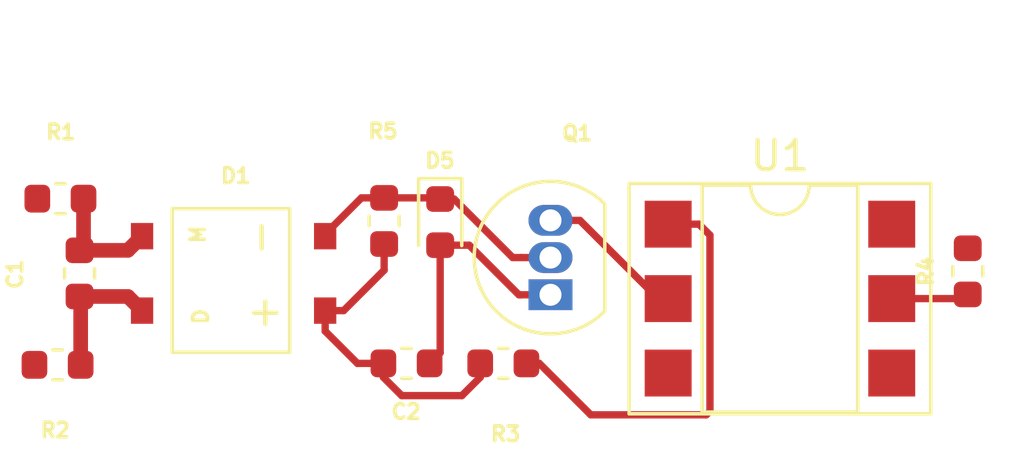
<source format=kicad_pcb>
(kicad_pcb (version 20171130) (host pcbnew "(5.1.5)-3")

  (general
    (thickness 1.6)
    (drawings 0)
    (tracks 52)
    (zones 0)
    (modules 11)
    (nets 14)
  )

  (page A4)
  (layers
    (0 F.Cu signal)
    (31 B.Cu signal)
    (32 B.Adhes user)
    (33 F.Adhes user)
    (34 B.Paste user)
    (35 F.Paste user)
    (36 B.SilkS user)
    (37 F.SilkS user)
    (38 B.Mask user)
    (39 F.Mask user)
    (40 Dwgs.User user)
    (41 Cmts.User user)
    (42 Eco1.User user)
    (43 Eco2.User user)
    (44 Edge.Cuts user)
    (45 Margin user)
    (46 B.CrtYd user)
    (47 F.CrtYd user)
    (48 B.Fab user)
    (49 F.Fab user)
  )

  (setup
    (last_trace_width 0.25)
    (trace_clearance 0.2)
    (zone_clearance 0.508)
    (zone_45_only no)
    (trace_min 0.2)
    (via_size 0.8)
    (via_drill 0.4)
    (via_min_size 0.4)
    (via_min_drill 0.3)
    (uvia_size 0.3)
    (uvia_drill 0.1)
    (uvias_allowed no)
    (uvia_min_size 0.2)
    (uvia_min_drill 0.1)
    (edge_width 0.05)
    (segment_width 0.2)
    (pcb_text_width 0.3)
    (pcb_text_size 1.5 1.5)
    (mod_edge_width 0.12)
    (mod_text_size 1 1)
    (mod_text_width 0.15)
    (pad_size 1.524 1.524)
    (pad_drill 0.762)
    (pad_to_mask_clearance 0.051)
    (solder_mask_min_width 0.25)
    (aux_axis_origin 0 0)
    (visible_elements 7FFFFFFF)
    (pcbplotparams
      (layerselection 0x010fc_ffffffff)
      (usegerberextensions false)
      (usegerberattributes false)
      (usegerberadvancedattributes false)
      (creategerberjobfile false)
      (excludeedgelayer true)
      (linewidth 0.100000)
      (plotframeref false)
      (viasonmask false)
      (mode 1)
      (useauxorigin false)
      (hpglpennumber 1)
      (hpglpenspeed 20)
      (hpglpendiameter 15.000000)
      (psnegative false)
      (psa4output false)
      (plotreference true)
      (plotvalue true)
      (plotinvisibletext false)
      (padsonsilk false)
      (subtractmaskfromsilk false)
      (outputformat 1)
      (mirror false)
      (drillshape 1)
      (scaleselection 1)
      (outputdirectory ""))
  )

  (net 0 "")
  (net 1 "Net-(C1-Pad2)")
  (net 2 "Net-(C1-Pad1)")
  (net 3 "Net-(C2-Pad2)")
  (net 4 "Net-(C2-Pad1)")
  (net 5 "Net-(D1-Pad2)")
  (net 6 "Net-(Q1-Pad3)")
  (net 7 AC)
  (net 8 "Net-(R3-Pad1)")
  (net 9 +5V)
  (net 10 OUT)
  (net 11 "Net-(U1-Pad6)")
  (net 12 "Net-(U1-Pad3)")
  (net 13 GND)

  (net_class Default "This is the default net class."
    (clearance 0.2)
    (trace_width 0.25)
    (via_dia 0.8)
    (via_drill 0.4)
    (uvia_dia 0.3)
    (uvia_drill 0.1)
  )

  (net_class 5V ""
    (clearance 0.5)
    (trace_width 0.25)
    (via_dia 0.8)
    (via_drill 0.4)
    (uvia_dia 0.3)
    (uvia_drill 0.1)
    (add_net +5V)
    (add_net GND)
    (add_net "Net-(C2-Pad1)")
    (add_net "Net-(C2-Pad2)")
    (add_net "Net-(D1-Pad2)")
    (add_net "Net-(Q1-Pad3)")
    (add_net "Net-(R3-Pad1)")
    (add_net "Net-(U1-Pad3)")
    (add_net "Net-(U1-Pad6)")
    (add_net OUT)
  )

  (net_class ACLC ""
    (clearance 0.8)
    (trace_width 0.5)
    (via_dia 0.8)
    (via_drill 0.4)
    (uvia_dia 0.3)
    (uvia_drill 0.1)
    (add_net AC)
    (add_net "Net-(C1-Pad1)")
    (add_net "Net-(C1-Pad2)")
  )

  (module "ZCD v-1:MDS_5_diode_bridge" (layer F.Cu) (tedit 5F50E98F) (tstamp 5F515F1B)
    (at 120.68 90.16)
    (path /5F2295EF)
    (fp_text reference D1 (at 3.19 -4.6) (layer F.SilkS)
      (effects (font (size 0.5 0.5) (thickness 0.125)))
    )
    (fp_text value "MDS 5" (at 3 -1.4 90) (layer F.SilkS) hide
      (effects (font (size 0.5 0.5) (thickness 0.125)))
    )
    (fp_line (start 7 -4) (end -1 -4) (layer Dwgs.User) (width 0.12))
    (fp_line (start 7 2) (end 7 -4) (layer Dwgs.User) (width 0.12))
    (fp_line (start -1 2) (end 7 2) (layer Dwgs.User) (width 0.12))
    (fp_line (start -1 -4) (end -1 2) (layer Dwgs.User) (width 0.12))
    (fp_line (start 1.03 1.42) (end 1.03 -3.48) (layer F.SilkS) (width 0.12))
    (fp_line (start 5.03 1.42) (end 1.03 1.42) (layer F.SilkS) (width 0.12))
    (fp_line (start 5.03 -3.48) (end 5.03 1.42) (layer F.SilkS) (width 0.12))
    (fp_line (start 1.03 -3.48) (end 5.03 -3.48) (layer F.SilkS) (width 0.12))
    (fp_text user D (at 2 0.2 90) (layer F.SilkS)
      (effects (font (size 0.5 0.5) (thickness 0.125)))
    )
    (fp_text user M (at 1.9 -2.6 90) (layer F.SilkS)
      (effects (font (size 0.5 0.5) (thickness 0.125)))
    )
    (fp_text user + (at 4.2 0) (layer F.SilkS)
      (effects (font (size 1 1) (thickness 0.15)))
    )
    (fp_text user - (at 4 -2.5 90) (layer F.SilkS)
      (effects (font (size 1 1) (thickness 0.15)))
    )
    (pad 3 smd rect (at 0 -2.54) (size 0.76 0.9) (layers F.Cu F.Paste F.Mask)
      (net 2 "Net-(C1-Pad1)"))
    (pad 2 smd rect (at 6.24 -2.54) (size 0.76 0.9) (layers F.Cu F.Paste F.Mask)
      (net 5 "Net-(D1-Pad2)"))
    (pad 1 smd rect (at 6.24 0) (size 0.76 0.9) (layers F.Cu F.Paste F.Mask)
      (net 4 "Net-(C2-Pad1)"))
    (pad 4 smd rect (at 0 0) (size 0.76 0.9) (layers F.Cu F.Paste F.Mask)
      (net 1 "Net-(C1-Pad2)"))
  )

  (module Package_DIP:DIP-6_W7.62mm_SMDSocket_SmallPads (layer F.Cu) (tedit 5A02E8C5) (tstamp 5F4C96D2)
    (at 142.42 89.75)
    (descr "6-lead though-hole mounted DIP package, row spacing 7.62 mm (300 mils), SMDSocket, SmallPads")
    (tags "THT DIP DIL PDIP 2.54mm 7.62mm 300mil SMDSocket SmallPads")
    (path /5F277F11)
    (attr smd)
    (fp_text reference U1 (at 0 -4.87) (layer F.SilkS)
      (effects (font (size 1 1) (thickness 0.15)))
    )
    (fp_text value 4N35 (at 0 4.87) (layer F.Fab)
      (effects (font (size 1 1) (thickness 0.15)))
    )
    (fp_text user %R (at 0 0) (layer F.Fab)
      (effects (font (size 1 1) (thickness 0.15)))
    )
    (fp_line (start 5.35 -4.15) (end -5.35 -4.15) (layer F.CrtYd) (width 0.05))
    (fp_line (start 5.35 4.15) (end 5.35 -4.15) (layer F.CrtYd) (width 0.05))
    (fp_line (start -5.35 4.15) (end 5.35 4.15) (layer F.CrtYd) (width 0.05))
    (fp_line (start -5.35 -4.15) (end -5.35 4.15) (layer F.CrtYd) (width 0.05))
    (fp_line (start 5.14 -3.93) (end -5.14 -3.93) (layer F.SilkS) (width 0.12))
    (fp_line (start 5.14 3.93) (end 5.14 -3.93) (layer F.SilkS) (width 0.12))
    (fp_line (start -5.14 3.93) (end 5.14 3.93) (layer F.SilkS) (width 0.12))
    (fp_line (start -5.14 -3.93) (end -5.14 3.93) (layer F.SilkS) (width 0.12))
    (fp_line (start 2.65 -3.87) (end 1 -3.87) (layer F.SilkS) (width 0.12))
    (fp_line (start 2.65 3.87) (end 2.65 -3.87) (layer F.SilkS) (width 0.12))
    (fp_line (start -2.65 3.87) (end 2.65 3.87) (layer F.SilkS) (width 0.12))
    (fp_line (start -2.65 -3.87) (end -2.65 3.87) (layer F.SilkS) (width 0.12))
    (fp_line (start -1 -3.87) (end -2.65 -3.87) (layer F.SilkS) (width 0.12))
    (fp_line (start 5.08 -3.87) (end -5.08 -3.87) (layer F.Fab) (width 0.1))
    (fp_line (start 5.08 3.87) (end 5.08 -3.87) (layer F.Fab) (width 0.1))
    (fp_line (start -5.08 3.87) (end 5.08 3.87) (layer F.Fab) (width 0.1))
    (fp_line (start -5.08 -3.87) (end -5.08 3.87) (layer F.Fab) (width 0.1))
    (fp_line (start -3.175 -2.81) (end -2.175 -3.81) (layer F.Fab) (width 0.1))
    (fp_line (start -3.175 3.81) (end -3.175 -2.81) (layer F.Fab) (width 0.1))
    (fp_line (start 3.175 3.81) (end -3.175 3.81) (layer F.Fab) (width 0.1))
    (fp_line (start 3.175 -3.81) (end 3.175 3.81) (layer F.Fab) (width 0.1))
    (fp_line (start -2.175 -3.81) (end 3.175 -3.81) (layer F.Fab) (width 0.1))
    (fp_arc (start 0 -3.87) (end -1 -3.87) (angle -180) (layer F.SilkS) (width 0.12))
    (pad 6 smd rect (at 3.81 -2.54) (size 1.6 1.6) (layers F.Cu F.Paste F.Mask)
      (net 11 "Net-(U1-Pad6)"))
    (pad 3 smd rect (at -3.81 2.54) (size 1.6 1.6) (layers F.Cu F.Paste F.Mask)
      (net 12 "Net-(U1-Pad3)"))
    (pad 5 smd rect (at 3.81 0) (size 1.6 1.6) (layers F.Cu F.Paste F.Mask)
      (net 10 OUT))
    (pad 2 smd rect (at -3.81 0) (size 1.6 1.6) (layers F.Cu F.Paste F.Mask)
      (net 6 "Net-(Q1-Pad3)"))
    (pad 4 smd rect (at 3.81 2.54) (size 1.6 1.6) (layers F.Cu F.Paste F.Mask)
      (net 13 GND))
    (pad 1 smd rect (at -3.81 -2.54) (size 1.6 1.6) (layers F.Cu F.Paste F.Mask)
      (net 8 "Net-(R3-Pad1)"))
    (model ${KISYS3DMOD}/Package_DIP.3dshapes/DIP-6_W7.62mm_SMDSocket.wrl
      (at (xyz 0 0 0))
      (scale (xyz 1 1 1))
      (rotate (xyz 0 0 0))
    )
  )

  (module Resistor_SMD:R_0603_1608Metric (layer F.Cu) (tedit 5B301BBD) (tstamp 5F331706)
    (at 128.93 87.1 90)
    (descr "Resistor SMD 0603 (1608 Metric), square (rectangular) end terminal, IPC_7351 nominal, (Body size source: http://www.tortai-tech.com/upload/download/2011102023233369053.pdf), generated with kicad-footprint-generator")
    (tags resistor)
    (path /5F31594C)
    (attr smd)
    (fp_text reference R5 (at 3.06 -0.04 180) (layer F.SilkS)
      (effects (font (size 0.5 0.5) (thickness 0.125)))
    )
    (fp_text value 22k (at 2.18 0.03 180) (layer F.Fab)
      (effects (font (size 0.5 0.5) (thickness 0.125)))
    )
    (fp_text user %R (at 0 0 90) (layer F.Fab)
      (effects (font (size 0.4 0.4) (thickness 0.06)))
    )
    (fp_line (start 1.48 0.73) (end -1.48 0.73) (layer F.CrtYd) (width 0.05))
    (fp_line (start 1.48 -0.73) (end 1.48 0.73) (layer F.CrtYd) (width 0.05))
    (fp_line (start -1.48 -0.73) (end 1.48 -0.73) (layer F.CrtYd) (width 0.05))
    (fp_line (start -1.48 0.73) (end -1.48 -0.73) (layer F.CrtYd) (width 0.05))
    (fp_line (start -0.162779 0.51) (end 0.162779 0.51) (layer F.SilkS) (width 0.12))
    (fp_line (start -0.162779 -0.51) (end 0.162779 -0.51) (layer F.SilkS) (width 0.12))
    (fp_line (start 0.8 0.4) (end -0.8 0.4) (layer F.Fab) (width 0.1))
    (fp_line (start 0.8 -0.4) (end 0.8 0.4) (layer F.Fab) (width 0.1))
    (fp_line (start -0.8 -0.4) (end 0.8 -0.4) (layer F.Fab) (width 0.1))
    (fp_line (start -0.8 0.4) (end -0.8 -0.4) (layer F.Fab) (width 0.1))
    (pad 2 smd roundrect (at 0.7875 0 90) (size 0.875 0.95) (layers F.Cu F.Paste F.Mask) (roundrect_rratio 0.25)
      (net 5 "Net-(D1-Pad2)"))
    (pad 1 smd roundrect (at -0.7875 0 90) (size 0.875 0.95) (layers F.Cu F.Paste F.Mask) (roundrect_rratio 0.25)
      (net 4 "Net-(C2-Pad1)"))
    (model ${KISYS3DMOD}/Resistor_SMD.3dshapes/R_0603_1608Metric.wrl
      (at (xyz 0 0 0))
      (scale (xyz 1 1 1))
      (rotate (xyz 0 0 0))
    )
  )

  (module Resistor_SMD:R_0603_1608Metric (layer F.Cu) (tedit 5B301BBD) (tstamp 5F3316F5)
    (at 148.82 88.82 90)
    (descr "Resistor SMD 0603 (1608 Metric), square (rectangular) end terminal, IPC_7351 nominal, (Body size source: http://www.tortai-tech.com/upload/download/2011102023233369053.pdf), generated with kicad-footprint-generator")
    (tags resistor)
    (path /5F2DDD23)
    (attr smd)
    (fp_text reference R4 (at 0 -1.43 90) (layer F.SilkS)
      (effects (font (size 0.5 0.5) (thickness 0.125)))
    )
    (fp_text value 4.7k (at 0 1.43 90) (layer F.Fab)
      (effects (font (size 0.5 0.5) (thickness 0.125)))
    )
    (fp_line (start -0.8 0.4) (end -0.8 -0.4) (layer F.Fab) (width 0.1))
    (fp_line (start -0.8 -0.4) (end 0.8 -0.4) (layer F.Fab) (width 0.1))
    (fp_line (start 0.8 -0.4) (end 0.8 0.4) (layer F.Fab) (width 0.1))
    (fp_line (start 0.8 0.4) (end -0.8 0.4) (layer F.Fab) (width 0.1))
    (fp_line (start -0.162779 -0.51) (end 0.162779 -0.51) (layer F.SilkS) (width 0.12))
    (fp_line (start -0.162779 0.51) (end 0.162779 0.51) (layer F.SilkS) (width 0.12))
    (fp_line (start -1.48 0.73) (end -1.48 -0.73) (layer F.CrtYd) (width 0.05))
    (fp_line (start -1.48 -0.73) (end 1.48 -0.73) (layer F.CrtYd) (width 0.05))
    (fp_line (start 1.48 -0.73) (end 1.48 0.73) (layer F.CrtYd) (width 0.05))
    (fp_line (start 1.48 0.73) (end -1.48 0.73) (layer F.CrtYd) (width 0.05))
    (fp_text user %R (at 0 0 90) (layer F.Fab)
      (effects (font (size 0.4 0.4) (thickness 0.06)))
    )
    (pad 1 smd roundrect (at -0.7875 0 90) (size 0.875 0.95) (layers F.Cu F.Paste F.Mask) (roundrect_rratio 0.25)
      (net 10 OUT))
    (pad 2 smd roundrect (at 0.7875 0 90) (size 0.875 0.95) (layers F.Cu F.Paste F.Mask) (roundrect_rratio 0.25)
      (net 9 +5V))
    (model ${KISYS3DMOD}/Resistor_SMD.3dshapes/R_0603_1608Metric.wrl
      (at (xyz 0 0 0))
      (scale (xyz 1 1 1))
      (rotate (xyz 0 0 0))
    )
  )

  (module Resistor_SMD:R_0603_1608Metric (layer F.Cu) (tedit 5B301BBD) (tstamp 5F3316E4)
    (at 132.9925 91.96 180)
    (descr "Resistor SMD 0603 (1608 Metric), square (rectangular) end terminal, IPC_7351 nominal, (Body size source: http://www.tortai-tech.com/upload/download/2011102023233369053.pdf), generated with kicad-footprint-generator")
    (tags resistor)
    (path /5F29B656)
    (attr smd)
    (fp_text reference R3 (at -0.0775 -2.41) (layer F.SilkS)
      (effects (font (size 0.5 0.5) (thickness 0.125)))
    )
    (fp_text value 1k (at 0.0225 -1.54) (layer F.Fab)
      (effects (font (size 0.5 0.5) (thickness 0.125)))
    )
    (fp_text user %R (at 0.02 0.03) (layer F.Fab)
      (effects (font (size 0.4 0.4) (thickness 0.06)))
    )
    (fp_line (start 1.48 0.73) (end -1.48 0.73) (layer F.CrtYd) (width 0.05))
    (fp_line (start 1.48 -0.73) (end 1.48 0.73) (layer F.CrtYd) (width 0.05))
    (fp_line (start -1.48 -0.73) (end 1.48 -0.73) (layer F.CrtYd) (width 0.05))
    (fp_line (start -1.48 0.73) (end -1.48 -0.73) (layer F.CrtYd) (width 0.05))
    (fp_line (start -0.162779 0.51) (end 0.162779 0.51) (layer F.SilkS) (width 0.12))
    (fp_line (start -0.162779 -0.51) (end 0.162779 -0.51) (layer F.SilkS) (width 0.12))
    (fp_line (start 0.8 0.4) (end -0.8 0.4) (layer F.Fab) (width 0.1))
    (fp_line (start 0.8 -0.4) (end 0.8 0.4) (layer F.Fab) (width 0.1))
    (fp_line (start -0.8 -0.4) (end 0.8 -0.4) (layer F.Fab) (width 0.1))
    (fp_line (start -0.8 0.4) (end -0.8 -0.4) (layer F.Fab) (width 0.1))
    (pad 2 smd roundrect (at 0.7875 0 180) (size 0.875 0.95) (layers F.Cu F.Paste F.Mask) (roundrect_rratio 0.25)
      (net 4 "Net-(C2-Pad1)"))
    (pad 1 smd roundrect (at -0.7875 0 180) (size 0.875 0.95) (layers F.Cu F.Paste F.Mask) (roundrect_rratio 0.25)
      (net 8 "Net-(R3-Pad1)"))
    (model ${KISYS3DMOD}/Resistor_SMD.3dshapes/R_0603_1608Metric.wrl
      (at (xyz 0 0 0))
      (scale (xyz 1 1 1))
      (rotate (xyz 0 0 0))
    )
  )

  (module Resistor_SMD:R_0603_1608Metric (layer F.Cu) (tedit 5B301BBD) (tstamp 5F3316D3)
    (at 117.8 92.01 180)
    (descr "Resistor SMD 0603 (1608 Metric), square (rectangular) end terminal, IPC_7351 nominal, (Body size source: http://www.tortai-tech.com/upload/download/2011102023233369053.pdf), generated with kicad-footprint-generator")
    (tags resistor)
    (path /5F29AC9C)
    (attr smd)
    (fp_text reference R2 (at 0.08 -2.23) (layer F.SilkS)
      (effects (font (size 0.5 0.5) (thickness 0.125)))
    )
    (fp_text value 220k (at -0.02 -1.57) (layer F.Fab)
      (effects (font (size 0.5 0.5) (thickness 0.0625)))
    )
    (fp_text user %R (at 0 0) (layer F.Fab)
      (effects (font (size 0.4 0.4) (thickness 0.06)))
    )
    (fp_line (start 1.48 0.73) (end -1.48 0.73) (layer F.CrtYd) (width 0.05))
    (fp_line (start 1.48 -0.73) (end 1.48 0.73) (layer F.CrtYd) (width 0.05))
    (fp_line (start -1.48 -0.73) (end 1.48 -0.73) (layer F.CrtYd) (width 0.05))
    (fp_line (start -1.48 0.73) (end -1.48 -0.73) (layer F.CrtYd) (width 0.05))
    (fp_line (start -0.162779 0.51) (end 0.162779 0.51) (layer F.SilkS) (width 0.12))
    (fp_line (start -0.162779 -0.51) (end 0.162779 -0.51) (layer F.SilkS) (width 0.12))
    (fp_line (start 0.8 0.4) (end -0.8 0.4) (layer F.Fab) (width 0.1))
    (fp_line (start 0.8 -0.4) (end 0.8 0.4) (layer F.Fab) (width 0.1))
    (fp_line (start -0.8 -0.4) (end 0.8 -0.4) (layer F.Fab) (width 0.1))
    (fp_line (start -0.8 0.4) (end -0.8 -0.4) (layer F.Fab) (width 0.1))
    (pad 2 smd roundrect (at 0.7875 0 180) (size 0.875 0.95) (layers F.Cu F.Paste F.Mask) (roundrect_rratio 0.25)
      (net 7 AC))
    (pad 1 smd roundrect (at -0.7875 0 180) (size 0.875 0.95) (layers F.Cu F.Paste F.Mask) (roundrect_rratio 0.25)
      (net 1 "Net-(C1-Pad2)"))
    (model ${KISYS3DMOD}/Resistor_SMD.3dshapes/R_0603_1608Metric.wrl
      (at (xyz 0 0 0))
      (scale (xyz 1 1 1))
      (rotate (xyz 0 0 0))
    )
  )

  (module Resistor_SMD:R_0603_1608Metric (layer F.Cu) (tedit 5B301BBD) (tstamp 5F3316C2)
    (at 117.8975 86.34 180)
    (descr "Resistor SMD 0603 (1608 Metric), square (rectangular) end terminal, IPC_7351 nominal, (Body size source: http://www.tortai-tech.com/upload/download/2011102023233369053.pdf), generated with kicad-footprint-generator")
    (tags resistor)
    (path /5F298E9E)
    (attr smd)
    (fp_text reference R1 (at -0.0125 2.27) (layer F.SilkS)
      (effects (font (size 0.5 0.5) (thickness 0.125)))
    )
    (fp_text value 220k (at 0.0375 1.61) (layer F.Fab)
      (effects (font (size 0.5 0.5) (thickness 0.0625)))
    )
    (fp_text user %R (at 0 0) (layer F.Fab)
      (effects (font (size 0.4 0.4) (thickness 0.06)))
    )
    (fp_line (start 1.48 0.73) (end -1.48 0.73) (layer F.CrtYd) (width 0.05))
    (fp_line (start 1.48 -0.73) (end 1.48 0.73) (layer F.CrtYd) (width 0.05))
    (fp_line (start -1.48 -0.73) (end 1.48 -0.73) (layer F.CrtYd) (width 0.05))
    (fp_line (start -1.48 0.73) (end -1.48 -0.73) (layer F.CrtYd) (width 0.05))
    (fp_line (start -0.162779 0.51) (end 0.162779 0.51) (layer F.SilkS) (width 0.12))
    (fp_line (start -0.162779 -0.51) (end 0.162779 -0.51) (layer F.SilkS) (width 0.12))
    (fp_line (start 0.8 0.4) (end -0.8 0.4) (layer F.Fab) (width 0.1))
    (fp_line (start 0.8 -0.4) (end 0.8 0.4) (layer F.Fab) (width 0.1))
    (fp_line (start -0.8 -0.4) (end 0.8 -0.4) (layer F.Fab) (width 0.1))
    (fp_line (start -0.8 0.4) (end -0.8 -0.4) (layer F.Fab) (width 0.1))
    (pad 2 smd roundrect (at 0.7875 0 180) (size 0.875 0.95) (layers F.Cu F.Paste F.Mask) (roundrect_rratio 0.25)
      (net 7 AC))
    (pad 1 smd roundrect (at -0.7875 0 180) (size 0.875 0.95) (layers F.Cu F.Paste F.Mask) (roundrect_rratio 0.25)
      (net 2 "Net-(C1-Pad1)"))
    (model ${KISYS3DMOD}/Resistor_SMD.3dshapes/R_0603_1608Metric.wrl
      (at (xyz 0 0 0))
      (scale (xyz 1 1 1))
      (rotate (xyz 0 0 0))
    )
  )

  (module Package_TO_SOT_THT:TO-92_Inline (layer F.Cu) (tedit 5A1DD157) (tstamp 5F3316B1)
    (at 134.6 89.62 90)
    (descr "TO-92 leads in-line, narrow, oval pads, drill 0.75mm (see NXP sot054_po.pdf)")
    (tags "to-92 sc-43 sc-43a sot54 PA33 transistor")
    (path /5F234B76)
    (fp_text reference Q1 (at 5.51 0.91 180) (layer F.SilkS)
      (effects (font (size 0.5 0.5) (thickness 0.125)))
    )
    (fp_text value 2N3904 (at 4.49 -0.02 180) (layer F.Fab)
      (effects (font (size 0.5 0.5) (thickness 0.125)))
    )
    (fp_arc (start 1.27 0) (end 1.27 -2.6) (angle 135) (layer F.SilkS) (width 0.12))
    (fp_arc (start 1.27 0) (end 1.27 -2.48) (angle -135) (layer F.Fab) (width 0.1))
    (fp_arc (start 1.27 0) (end 1.27 -2.6) (angle -135) (layer F.SilkS) (width 0.12))
    (fp_arc (start 1.27 0) (end 1.27 -2.48) (angle 135) (layer F.Fab) (width 0.1))
    (fp_line (start 4 2.01) (end -1.46 2.01) (layer F.CrtYd) (width 0.05))
    (fp_line (start 4 2.01) (end 4 -2.73) (layer F.CrtYd) (width 0.05))
    (fp_line (start -1.46 -2.73) (end -1.46 2.01) (layer F.CrtYd) (width 0.05))
    (fp_line (start -1.46 -2.73) (end 4 -2.73) (layer F.CrtYd) (width 0.05))
    (fp_line (start -0.5 1.75) (end 3 1.75) (layer F.Fab) (width 0.1))
    (fp_line (start -0.53 1.85) (end 3.07 1.85) (layer F.SilkS) (width 0.12))
    (fp_text user %R (at 5.45 -0.91 180) (layer F.Fab)
      (effects (font (size 0.5 0.5) (thickness 0.125)))
    )
    (pad 1 thru_hole rect (at 0 0 90) (size 1.05 1.5) (drill 0.75) (layers *.Cu *.Mask)
      (net 3 "Net-(C2-Pad2)"))
    (pad 3 thru_hole oval (at 2.54 0 90) (size 1.05 1.5) (drill 0.75) (layers *.Cu *.Mask)
      (net 6 "Net-(Q1-Pad3)"))
    (pad 2 thru_hole oval (at 1.27 0 90) (size 1.05 1.5) (drill 0.75) (layers *.Cu *.Mask)
      (net 5 "Net-(D1-Pad2)"))
    (model ${KISYS3DMOD}/Package_TO_SOT_THT.3dshapes/TO-92_Inline.wrl
      (at (xyz 0 0 0))
      (scale (xyz 1 1 1))
      (rotate (xyz 0 0 0))
    )
  )

  (module Diode_SMD:D_0603_1608Metric (layer F.Cu) (tedit 5B301BBE) (tstamp 5F33169F)
    (at 130.84 87.14 270)
    (descr "Diode SMD 0603 (1608 Metric), square (rectangular) end terminal, IPC_7351 nominal, (Body size source: http://www.tortai-tech.com/upload/download/2011102023233369053.pdf), generated with kicad-footprint-generator")
    (tags diode)
    (path /5F23319C)
    (attr smd)
    (fp_text reference D5 (at -2.1 0.01 180) (layer F.SilkS)
      (effects (font (size 0.5 0.5) (thickness 0.125)))
    )
    (fp_text value 1N4148X-TP (at -5 0.02 90) (layer F.Fab)
      (effects (font (size 0.5 0.5) (thickness 0.125)))
    )
    (fp_text user %R (at 0 0 90) (layer F.Fab)
      (effects (font (size 0.4 0.4) (thickness 0.06)))
    )
    (fp_line (start 1.48 0.73) (end -1.48 0.73) (layer F.CrtYd) (width 0.05))
    (fp_line (start 1.48 -0.73) (end 1.48 0.73) (layer F.CrtYd) (width 0.05))
    (fp_line (start -1.48 -0.73) (end 1.48 -0.73) (layer F.CrtYd) (width 0.05))
    (fp_line (start -1.48 0.73) (end -1.48 -0.73) (layer F.CrtYd) (width 0.05))
    (fp_line (start -1.485 0.735) (end 0.8 0.735) (layer F.SilkS) (width 0.12))
    (fp_line (start -1.485 -0.735) (end -1.485 0.735) (layer F.SilkS) (width 0.12))
    (fp_line (start 0.8 -0.735) (end -1.485 -0.735) (layer F.SilkS) (width 0.12))
    (fp_line (start 0.8 0.4) (end 0.8 -0.4) (layer F.Fab) (width 0.1))
    (fp_line (start -0.8 0.4) (end 0.8 0.4) (layer F.Fab) (width 0.1))
    (fp_line (start -0.8 -0.1) (end -0.8 0.4) (layer F.Fab) (width 0.1))
    (fp_line (start -0.5 -0.4) (end -0.8 -0.1) (layer F.Fab) (width 0.1))
    (fp_line (start 0.8 -0.4) (end -0.5 -0.4) (layer F.Fab) (width 0.1))
    (pad 2 smd roundrect (at 0.7875 0 270) (size 0.875 0.95) (layers F.Cu F.Paste F.Mask) (roundrect_rratio 0.25)
      (net 3 "Net-(C2-Pad2)"))
    (pad 1 smd roundrect (at -0.7875 0 270) (size 0.875 0.95) (layers F.Cu F.Paste F.Mask) (roundrect_rratio 0.25)
      (net 5 "Net-(D1-Pad2)"))
    (model ${KISYS3DMOD}/Diode_SMD.3dshapes/D_0603_1608Metric.wrl
      (at (xyz 0 0 0))
      (scale (xyz 1 1 1))
      (rotate (xyz 0 0 0))
    )
  )

  (module Capacitor_SMD:C_0603_1608Metric (layer F.Cu) (tedit 5B301BBE) (tstamp 5F4C929E)
    (at 129.6925 91.96)
    (descr "Capacitor SMD 0603 (1608 Metric), square (rectangular) end terminal, IPC_7351 nominal, (Body size source: http://www.tortai-tech.com/upload/download/2011102023233369053.pdf), generated with kicad-footprint-generator")
    (tags capacitor)
    (path /5F31AC9C)
    (attr smd)
    (fp_text reference C2 (at -0.0125 1.65) (layer F.SilkS)
      (effects (font (size 0.5 0.5) (thickness 0.125)))
    )
    (fp_text value 10uF/10v (at 0.0875 2.44 180) (layer F.Fab)
      (effects (font (size 0.5 0.5) (thickness 0.125)))
    )
    (fp_text user %R (at 0 0) (layer F.Fab)
      (effects (font (size 0.4 0.4) (thickness 0.06)))
    )
    (fp_line (start 1.48 0.73) (end -1.48 0.73) (layer F.CrtYd) (width 0.05))
    (fp_line (start 1.48 -0.73) (end 1.48 0.73) (layer F.CrtYd) (width 0.05))
    (fp_line (start -1.48 -0.73) (end 1.48 -0.73) (layer F.CrtYd) (width 0.05))
    (fp_line (start -1.48 0.73) (end -1.48 -0.73) (layer F.CrtYd) (width 0.05))
    (fp_line (start -0.162779 0.51) (end 0.162779 0.51) (layer F.SilkS) (width 0.12))
    (fp_line (start -0.162779 -0.51) (end 0.162779 -0.51) (layer F.SilkS) (width 0.12))
    (fp_line (start 0.8 0.4) (end -0.8 0.4) (layer F.Fab) (width 0.1))
    (fp_line (start 0.8 -0.4) (end 0.8 0.4) (layer F.Fab) (width 0.1))
    (fp_line (start -0.8 -0.4) (end 0.8 -0.4) (layer F.Fab) (width 0.1))
    (fp_line (start -0.8 0.4) (end -0.8 -0.4) (layer F.Fab) (width 0.1))
    (pad 2 smd roundrect (at 0.7875 0) (size 0.875 0.95) (layers F.Cu F.Paste F.Mask) (roundrect_rratio 0.25)
      (net 3 "Net-(C2-Pad2)"))
    (pad 1 smd roundrect (at -0.7875 0) (size 0.875 0.95) (layers F.Cu F.Paste F.Mask) (roundrect_rratio 0.25)
      (net 4 "Net-(C2-Pad1)"))
    (model ${KISYS3DMOD}/Capacitor_SMD.3dshapes/C_0603_1608Metric.wrl
      (at (xyz 0 0 0))
      (scale (xyz 1 1 1))
      (rotate (xyz 0 0 0))
    )
  )

  (module Capacitor_SMD:C_0603_1608Metric (layer F.Cu) (tedit 5B301BBE) (tstamp 5F33166A)
    (at 118.55 88.89 270)
    (descr "Capacitor SMD 0603 (1608 Metric), square (rectangular) end terminal, IPC_7351 nominal, (Body size source: http://www.tortai-tech.com/upload/download/2011102023233369053.pdf), generated with kicad-footprint-generator")
    (tags capacitor)
    (path /5F227481)
    (attr smd)
    (fp_text reference C1 (at 0.03 2.2 90) (layer F.SilkS)
      (effects (font (size 0.5 0.5) (thickness 0.125)))
    )
    (fp_text value 1nF (at 0 1.43 90) (layer F.Fab)
      (effects (font (size 0.5 0.5) (thickness 0.125)))
    )
    (fp_text user %R (at 0 0 90) (layer F.Fab)
      (effects (font (size 0.4 0.4) (thickness 0.06)))
    )
    (fp_line (start 1.48 0.73) (end -1.48 0.73) (layer F.CrtYd) (width 0.05))
    (fp_line (start 1.48 -0.73) (end 1.48 0.73) (layer F.CrtYd) (width 0.05))
    (fp_line (start -1.48 -0.73) (end 1.48 -0.73) (layer F.CrtYd) (width 0.05))
    (fp_line (start -1.48 0.73) (end -1.48 -0.73) (layer F.CrtYd) (width 0.05))
    (fp_line (start -0.162779 0.51) (end 0.162779 0.51) (layer F.SilkS) (width 0.12))
    (fp_line (start -0.162779 -0.51) (end 0.162779 -0.51) (layer F.SilkS) (width 0.12))
    (fp_line (start 0.8 0.4) (end -0.8 0.4) (layer F.Fab) (width 0.1))
    (fp_line (start 0.8 -0.4) (end 0.8 0.4) (layer F.Fab) (width 0.1))
    (fp_line (start -0.8 -0.4) (end 0.8 -0.4) (layer F.Fab) (width 0.1))
    (fp_line (start -0.8 0.4) (end -0.8 -0.4) (layer F.Fab) (width 0.1))
    (pad 2 smd roundrect (at 0.7875 0 270) (size 0.875 0.95) (layers F.Cu F.Paste F.Mask) (roundrect_rratio 0.25)
      (net 1 "Net-(C1-Pad2)"))
    (pad 1 smd roundrect (at -0.7875 0 270) (size 0.875 0.95) (layers F.Cu F.Paste F.Mask) (roundrect_rratio 0.25)
      (net 2 "Net-(C1-Pad1)"))
    (model ${KISYS3DMOD}/Capacitor_SMD.3dshapes/C_0603_1608Metric.wrl
      (at (xyz 0 0 0))
      (scale (xyz 1 1 1))
      (rotate (xyz 0 0 0))
    )
  )

  (segment (start 118.5875 89.715) (end 118.55 89.6775) (width 0.5) (layer F.Cu) (net 1))
  (segment (start 118.5875 92.01) (end 118.5875 89.715) (width 0.5) (layer F.Cu) (net 1))
  (segment (start 120.1975 89.6775) (end 120.68 90.16) (width 0.5) (layer F.Cu) (net 1))
  (segment (start 118.55 89.6775) (end 120.1975 89.6775) (width 0.5) (layer F.Cu) (net 1))
  (segment (start 118.685 87.9675) (end 118.55 88.1025) (width 0.5) (layer F.Cu) (net 2))
  (segment (start 118.685 86.34) (end 118.685 87.9675) (width 0.5) (layer F.Cu) (net 2))
  (segment (start 120.1975 88.1025) (end 120.68 87.62) (width 0.5) (layer F.Cu) (net 2))
  (segment (start 118.55 88.1025) (end 120.1975 88.1025) (width 0.5) (layer F.Cu) (net 2))
  (segment (start 130.84 87.9275) (end 131.315 87.9275) (width 0.25) (layer F.Cu) (net 3))
  (segment (start 130.48 91.96) (end 130.53674 91.96) (width 0.25) (layer F.Cu) (net 3))
  (segment (start 130.84 91.6) (end 130.48 91.96) (width 0.25) (layer F.Cu) (net 3))
  (segment (start 130.84 87.9275) (end 130.84 91.6) (width 0.25) (layer F.Cu) (net 3))
  (segment (start 133.6 89.62) (end 134.6 89.62) (width 0.25) (layer F.Cu) (net 3))
  (segment (start 133.521826 89.62) (end 133.6 89.62) (width 0.25) (layer F.Cu) (net 3))
  (segment (start 131.829326 87.9275) (end 133.521826 89.62) (width 0.25) (layer F.Cu) (net 3))
  (segment (start 130.84 87.9275) (end 131.829326 87.9275) (width 0.25) (layer F.Cu) (net 3))
  (segment (start 129.53001 93.06001) (end 128.905 92.435) (width 0.25) (layer F.Cu) (net 4))
  (segment (start 131.57999 93.06001) (end 129.53001 93.06001) (width 0.25) (layer F.Cu) (net 4))
  (segment (start 128.905 92.435) (end 128.905 91.96) (width 0.25) (layer F.Cu) (net 4))
  (segment (start 132.205 92.435) (end 131.57999 93.06001) (width 0.25) (layer F.Cu) (net 4))
  (segment (start 132.205 91.96) (end 132.205 92.435) (width 0.25) (layer F.Cu) (net 4))
  (segment (start 128.93 91.935) (end 128.905 91.96) (width 0.25) (layer F.Cu) (net 4))
  (segment (start 128.93 88.78) (end 128.93 88.325) (width 0.25) (layer F.Cu) (net 4))
  (segment (start 128.93 88.325) (end 128.93 87.8875) (width 0.25) (layer F.Cu) (net 4))
  (segment (start 127.55 90.16) (end 128.93 88.78) (width 0.25) (layer F.Cu) (net 4))
  (segment (start 126.92 90.16) (end 127.55 90.16) (width 0.25) (layer F.Cu) (net 4))
  (segment (start 128.4675 91.96) (end 128.905 91.96) (width 0.25) (layer F.Cu) (net 4))
  (segment (start 128.02 91.96) (end 128.4675 91.96) (width 0.25) (layer F.Cu) (net 4))
  (segment (start 126.92 90.86) (end 128.02 91.96) (width 0.25) (layer F.Cu) (net 4))
  (segment (start 126.92 90.16) (end 126.92 90.86) (width 0.25) (layer F.Cu) (net 4))
  (segment (start 133.6 88.35) (end 134.6 88.35) (width 0.25) (layer F.Cu) (net 5))
  (segment (start 133.3125 88.35) (end 133.6 88.35) (width 0.25) (layer F.Cu) (net 5))
  (segment (start 131.315 86.3525) (end 133.3125 88.35) (width 0.25) (layer F.Cu) (net 5))
  (segment (start 130.84 86.3525) (end 131.315 86.3525) (width 0.25) (layer F.Cu) (net 5))
  (segment (start 130.8 86.3125) (end 130.84 86.3525) (width 0.25) (layer F.Cu) (net 5))
  (segment (start 128.93 86.3125) (end 130.8 86.3125) (width 0.25) (layer F.Cu) (net 5))
  (segment (start 126.92 87.55) (end 128.1575 86.3125) (width 0.25) (layer F.Cu) (net 5))
  (segment (start 128.455 86.3125) (end 128.93 86.3125) (width 0.25) (layer F.Cu) (net 5))
  (segment (start 128.1575 86.3125) (end 128.455 86.3125) (width 0.25) (layer F.Cu) (net 5))
  (segment (start 126.92 87.62) (end 126.92 87.55) (width 0.25) (layer F.Cu) (net 5))
  (segment (start 138.27 89.75) (end 138.61 89.75) (width 0.25) (layer F.Cu) (net 6))
  (segment (start 135.6 87.08) (end 138.27 89.75) (width 0.25) (layer F.Cu) (net 6))
  (segment (start 134.6 87.08) (end 135.6 87.08) (width 0.25) (layer F.Cu) (net 6))
  (segment (start 139.66 87.21) (end 138.61 87.21) (width 0.25) (layer F.Cu) (net 8))
  (segment (start 140.035001 87.585001) (end 139.66 87.21) (width 0.25) (layer F.Cu) (net 8))
  (segment (start 140.035001 93.590001) (end 140.035001 87.585001) (width 0.25) (layer F.Cu) (net 8))
  (segment (start 139.910001 93.715001) (end 140.035001 93.590001) (width 0.25) (layer F.Cu) (net 8))
  (segment (start 134.2175 91.96) (end 135.972501 93.715001) (width 0.25) (layer F.Cu) (net 8))
  (segment (start 135.972501 93.715001) (end 139.910001 93.715001) (width 0.25) (layer F.Cu) (net 8))
  (segment (start 133.78 91.96) (end 134.2175 91.96) (width 0.25) (layer F.Cu) (net 8))
  (segment (start 148.6775 89.75) (end 148.82 89.6075) (width 0.25) (layer F.Cu) (net 10))
  (segment (start 146.23 89.75) (end 148.6775 89.75) (width 0.25) (layer F.Cu) (net 10))

)

</source>
